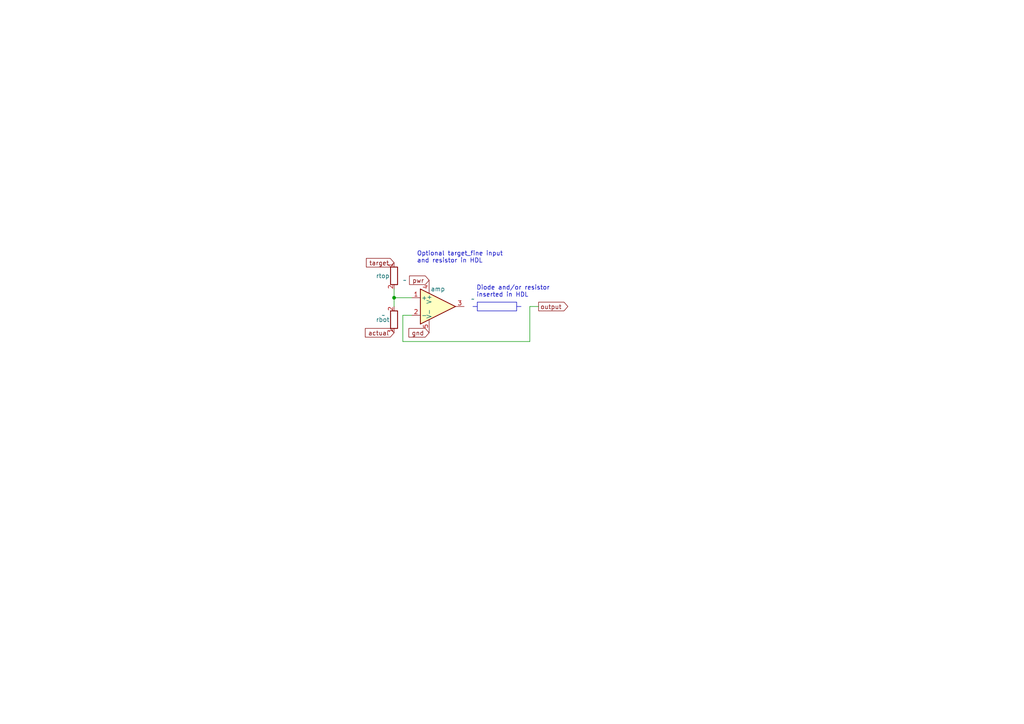
<source format=kicad_sch>
(kicad_sch (version 20231120) (generator "eeschema") (generator_version "8.0")
  (paper "A4")
  (lib_symbols
    (symbol "Device:R" (pin_names (offset 0))
      (property "Reference" "R" (at 2.032 0 90))
      (property "Value" "R" (at 0 0 90))
      (symbol "R_0_1"
        (rectangle (start -1.016 -2.54) (end 1.016 2.54) (stroke (width 0.254)))
      )
      (symbol "R_1_1"
        (pin passive line (at 0 3.81 270) (length 1.27) (name "~") (number "1"))
        (pin passive line (at 0 -3.81 90) (length 1.27) (name "~") (number "2"))
      )
    )
    (symbol "Simulation_SPICE:OPAMP" (pin_names (offset 0.254))
      (property "Reference" "U" (at 3.81 3.175 0))
      (property "Value" "OPAMP" (at 3.81 -3.175 0))
      (symbol "OPAMP_0_1"
        (polyline (pts (xy 5.08 0) (xy -5.08 5.08) (xy -5.08 -5.08) (xy 5.08 0)) (stroke (width 0.254)) (fill (type background)))
      )
      (symbol "OPAMP_1_1"
        (pin input line (at -7.62 2.54 0) (length 2.54) (name "+") (number "1"))
        (pin input line (at -7.62 -2.54 0) (length 2.54) (name "-") (number "2"))
        (pin output line (at 7.62 0 180) (length 2.54) (name "~") (number "3"))
        (pin power_in line (at -2.54 7.62 270) (length 3.81) (name "V+") (number "4"))
        (pin power_in line (at -2.54 -7.62 90) (length 3.81) (name "V-") (number "5"))
      )
    )
  )
  (junction (at 114.3 86.36))
  (wire (pts (xy 116.84 91.44) (xy 116.84 99.06)))
  (polyline (pts (xy 149.86 88.9) (xy 151.13 88.9)))
  (wire (pts (xy 116.84 99.06) (xy 153.67 99.06)))
  (wire (pts (xy 153.67 88.9) (xy 156.21 88.9)))
  (wire (pts (xy 114.3 83.82) (xy 114.3 86.36)))
  (wire (pts (xy 119.38 91.44) (xy 116.84 91.44)))
  (wire (pts (xy 153.67 88.9) (xy 153.67 99.06)))
  (wire (pts (xy 114.3 86.36) (xy 119.38 86.36)))
  (polyline (pts (xy 137.16 88.9) (xy 138.43 88.9)))
  (wire (pts (xy 114.3 86.36) (xy 114.3 88.9)))
  (rectangle (start 138.43 87.63) (end 149.86 90.17))
  (text "Optional target_fine input\nand resistor in HDL" (at 120.904 76.454 0) (effects (font (size 1.27 1.27)) (justify left bottom)))
  (text "Diode and/or resistor\ninserted in HDL" (at 138.176 86.36 0) (effects (font (size 1.27 1.27)) (justify left bottom)))
  (global_label "pwr" (shape input) (at 124.46 81.28 180) (property "Intersheetrefs" "${INTERSHEET_REFS}" (effects (hide yes))))
  (global_label "output" (shape output) (at 156.21 88.9 0) (property "Intersheetrefs" "${INTERSHEET_REFS}" (effects (hide yes))))
  (global_label "target" (shape input) (at 114.3 76.2 180) (property "Intersheetrefs" "${INTERSHEET_REFS}" (effects (hide yes))))
  (global_label "actual" (shape input) (at 114.3 96.52 180) (property "Intersheetrefs" "${INTERSHEET_REFS}" (effects (hide yes))))
  (global_label "gnd" (shape input) (at 124.46 96.52 180) (property "Intersheetrefs" "${INTERSHEET_REFS}" (effects (hide yes))))
  (symbol (lib_id "Device:R") (at 114.3 80.01 0) (unit 1)
    (property "Reference" "rtop" (at 113.03 80.01 0) (effects (justify right)))
    (property "Value" "~" (at 116.84 81.2799 0) (effects (justify left)))
  )
  (symbol (lib_id "Simulation_SPICE:OPAMP") (at 127 88.9 0) (unit 1)
    (property "Reference" "amp" (at 127 83.82 0))
    (property "Value" "~" (at 137.16 86.741 0))
  )
  (symbol (lib_id "Device:R") (at 114.3 92.71 180) (unit 1)
    (property "Reference" "rbot" (at 113.03 92.71 0) (effects (justify left)))
    (property "Value" "~" (at 111.76 91.4401 0) (effects (justify left)))
  )
)
</source>
